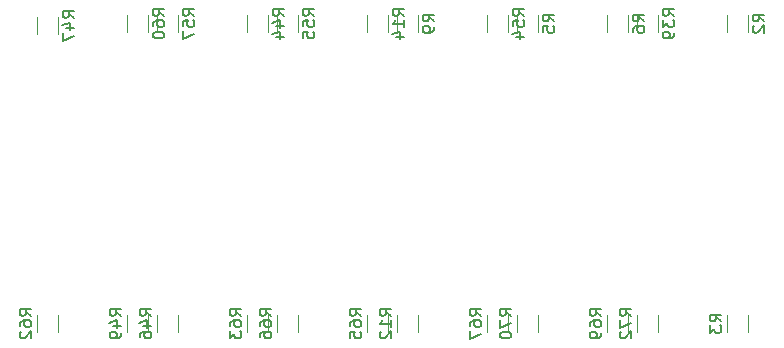
<source format=gbr>
%TF.GenerationSoftware,KiCad,Pcbnew,7.0.5*%
%TF.CreationDate,2024-09-25T18:38:48-04:00*%
%TF.ProjectId,stepper_motor_controller_3_for_cnc,73746570-7065-4725-9f6d-6f746f725f63,rev?*%
%TF.SameCoordinates,Original*%
%TF.FileFunction,Legend,Bot*%
%TF.FilePolarity,Positive*%
%FSLAX46Y46*%
G04 Gerber Fmt 4.6, Leading zero omitted, Abs format (unit mm)*
G04 Created by KiCad (PCBNEW 7.0.5) date 2024-09-25 18:38:48*
%MOMM*%
%LPD*%
G01*
G04 APERTURE LIST*
%ADD10C,0.150000*%
%ADD11C,0.120000*%
G04 APERTURE END LIST*
D10*
%TO.C,R70*%
X63468619Y3872857D02*
X62992428Y4206190D01*
X63468619Y4444285D02*
X62468619Y4444285D01*
X62468619Y4444285D02*
X62468619Y4063333D01*
X62468619Y4063333D02*
X62516238Y3968095D01*
X62516238Y3968095D02*
X62563857Y3920476D01*
X62563857Y3920476D02*
X62659095Y3872857D01*
X62659095Y3872857D02*
X62801952Y3872857D01*
X62801952Y3872857D02*
X62897190Y3920476D01*
X62897190Y3920476D02*
X62944809Y3968095D01*
X62944809Y3968095D02*
X62992428Y4063333D01*
X62992428Y4063333D02*
X62992428Y4444285D01*
X62468619Y3539523D02*
X62468619Y2872857D01*
X62468619Y2872857D02*
X63468619Y3301428D01*
X62468619Y2301428D02*
X62468619Y2206190D01*
X62468619Y2206190D02*
X62516238Y2110952D01*
X62516238Y2110952D02*
X62563857Y2063333D01*
X62563857Y2063333D02*
X62659095Y2015714D01*
X62659095Y2015714D02*
X62849571Y1968095D01*
X62849571Y1968095D02*
X63087666Y1968095D01*
X63087666Y1968095D02*
X63278142Y2015714D01*
X63278142Y2015714D02*
X63373380Y2063333D01*
X63373380Y2063333D02*
X63421000Y2110952D01*
X63421000Y2110952D02*
X63468619Y2206190D01*
X63468619Y2206190D02*
X63468619Y2301428D01*
X63468619Y2301428D02*
X63421000Y2396666D01*
X63421000Y2396666D02*
X63373380Y2444285D01*
X63373380Y2444285D02*
X63278142Y2491904D01*
X63278142Y2491904D02*
X63087666Y2539523D01*
X63087666Y2539523D02*
X62849571Y2539523D01*
X62849571Y2539523D02*
X62659095Y2491904D01*
X62659095Y2491904D02*
X62563857Y2444285D01*
X62563857Y2444285D02*
X62516238Y2396666D01*
X62516238Y2396666D02*
X62468619Y2301428D01*
%TO.C,R55*%
X46788619Y29272857D02*
X46312428Y29606190D01*
X46788619Y29844285D02*
X45788619Y29844285D01*
X45788619Y29844285D02*
X45788619Y29463333D01*
X45788619Y29463333D02*
X45836238Y29368095D01*
X45836238Y29368095D02*
X45883857Y29320476D01*
X45883857Y29320476D02*
X45979095Y29272857D01*
X45979095Y29272857D02*
X46121952Y29272857D01*
X46121952Y29272857D02*
X46217190Y29320476D01*
X46217190Y29320476D02*
X46264809Y29368095D01*
X46264809Y29368095D02*
X46312428Y29463333D01*
X46312428Y29463333D02*
X46312428Y29844285D01*
X45788619Y28368095D02*
X45788619Y28844285D01*
X45788619Y28844285D02*
X46264809Y28891904D01*
X46264809Y28891904D02*
X46217190Y28844285D01*
X46217190Y28844285D02*
X46169571Y28749047D01*
X46169571Y28749047D02*
X46169571Y28510952D01*
X46169571Y28510952D02*
X46217190Y28415714D01*
X46217190Y28415714D02*
X46264809Y28368095D01*
X46264809Y28368095D02*
X46360047Y28320476D01*
X46360047Y28320476D02*
X46598142Y28320476D01*
X46598142Y28320476D02*
X46693380Y28368095D01*
X46693380Y28368095D02*
X46741000Y28415714D01*
X46741000Y28415714D02*
X46788619Y28510952D01*
X46788619Y28510952D02*
X46788619Y28749047D01*
X46788619Y28749047D02*
X46741000Y28844285D01*
X46741000Y28844285D02*
X46693380Y28891904D01*
X45788619Y27415714D02*
X45788619Y27891904D01*
X45788619Y27891904D02*
X46264809Y27939523D01*
X46264809Y27939523D02*
X46217190Y27891904D01*
X46217190Y27891904D02*
X46169571Y27796666D01*
X46169571Y27796666D02*
X46169571Y27558571D01*
X46169571Y27558571D02*
X46217190Y27463333D01*
X46217190Y27463333D02*
X46264809Y27415714D01*
X46264809Y27415714D02*
X46360047Y27368095D01*
X46360047Y27368095D02*
X46598142Y27368095D01*
X46598142Y27368095D02*
X46693380Y27415714D01*
X46693380Y27415714D02*
X46741000Y27463333D01*
X46741000Y27463333D02*
X46788619Y27558571D01*
X46788619Y27558571D02*
X46788619Y27796666D01*
X46788619Y27796666D02*
X46741000Y27891904D01*
X46741000Y27891904D02*
X46693380Y27939523D01*
%TO.C,R12*%
X53308619Y3872857D02*
X52832428Y4206190D01*
X53308619Y4444285D02*
X52308619Y4444285D01*
X52308619Y4444285D02*
X52308619Y4063333D01*
X52308619Y4063333D02*
X52356238Y3968095D01*
X52356238Y3968095D02*
X52403857Y3920476D01*
X52403857Y3920476D02*
X52499095Y3872857D01*
X52499095Y3872857D02*
X52641952Y3872857D01*
X52641952Y3872857D02*
X52737190Y3920476D01*
X52737190Y3920476D02*
X52784809Y3968095D01*
X52784809Y3968095D02*
X52832428Y4063333D01*
X52832428Y4063333D02*
X52832428Y4444285D01*
X53308619Y2920476D02*
X53308619Y3491904D01*
X53308619Y3206190D02*
X52308619Y3206190D01*
X52308619Y3206190D02*
X52451476Y3301428D01*
X52451476Y3301428D02*
X52546714Y3396666D01*
X52546714Y3396666D02*
X52594333Y3491904D01*
X52403857Y2539523D02*
X52356238Y2491904D01*
X52356238Y2491904D02*
X52308619Y2396666D01*
X52308619Y2396666D02*
X52308619Y2158571D01*
X52308619Y2158571D02*
X52356238Y2063333D01*
X52356238Y2063333D02*
X52403857Y2015714D01*
X52403857Y2015714D02*
X52499095Y1968095D01*
X52499095Y1968095D02*
X52594333Y1968095D01*
X52594333Y1968095D02*
X52737190Y2015714D01*
X52737190Y2015714D02*
X53308619Y2587142D01*
X53308619Y2587142D02*
X53308619Y1968095D01*
%TO.C,R3*%
X81248619Y3396666D02*
X80772428Y3729999D01*
X81248619Y3968094D02*
X80248619Y3968094D01*
X80248619Y3968094D02*
X80248619Y3587142D01*
X80248619Y3587142D02*
X80296238Y3491904D01*
X80296238Y3491904D02*
X80343857Y3444285D01*
X80343857Y3444285D02*
X80439095Y3396666D01*
X80439095Y3396666D02*
X80581952Y3396666D01*
X80581952Y3396666D02*
X80677190Y3444285D01*
X80677190Y3444285D02*
X80724809Y3491904D01*
X80724809Y3491904D02*
X80772428Y3587142D01*
X80772428Y3587142D02*
X80772428Y3968094D01*
X80248619Y3063332D02*
X80248619Y2444285D01*
X80248619Y2444285D02*
X80629571Y2777618D01*
X80629571Y2777618D02*
X80629571Y2634761D01*
X80629571Y2634761D02*
X80677190Y2539523D01*
X80677190Y2539523D02*
X80724809Y2491904D01*
X80724809Y2491904D02*
X80820047Y2444285D01*
X80820047Y2444285D02*
X81058142Y2444285D01*
X81058142Y2444285D02*
X81153380Y2491904D01*
X81153380Y2491904D02*
X81201000Y2539523D01*
X81201000Y2539523D02*
X81248619Y2634761D01*
X81248619Y2634761D02*
X81248619Y2920475D01*
X81248619Y2920475D02*
X81201000Y3015713D01*
X81201000Y3015713D02*
X81153380Y3063332D01*
%TO.C,R6*%
X74728619Y28796666D02*
X74252428Y29129999D01*
X74728619Y29368094D02*
X73728619Y29368094D01*
X73728619Y29368094D02*
X73728619Y28987142D01*
X73728619Y28987142D02*
X73776238Y28891904D01*
X73776238Y28891904D02*
X73823857Y28844285D01*
X73823857Y28844285D02*
X73919095Y28796666D01*
X73919095Y28796666D02*
X74061952Y28796666D01*
X74061952Y28796666D02*
X74157190Y28844285D01*
X74157190Y28844285D02*
X74204809Y28891904D01*
X74204809Y28891904D02*
X74252428Y28987142D01*
X74252428Y28987142D02*
X74252428Y29368094D01*
X73728619Y27939523D02*
X73728619Y28129999D01*
X73728619Y28129999D02*
X73776238Y28225237D01*
X73776238Y28225237D02*
X73823857Y28272856D01*
X73823857Y28272856D02*
X73966714Y28368094D01*
X73966714Y28368094D02*
X74157190Y28415713D01*
X74157190Y28415713D02*
X74538142Y28415713D01*
X74538142Y28415713D02*
X74633380Y28368094D01*
X74633380Y28368094D02*
X74681000Y28320475D01*
X74681000Y28320475D02*
X74728619Y28225237D01*
X74728619Y28225237D02*
X74728619Y28034761D01*
X74728619Y28034761D02*
X74681000Y27939523D01*
X74681000Y27939523D02*
X74633380Y27891904D01*
X74633380Y27891904D02*
X74538142Y27844285D01*
X74538142Y27844285D02*
X74300047Y27844285D01*
X74300047Y27844285D02*
X74204809Y27891904D01*
X74204809Y27891904D02*
X74157190Y27939523D01*
X74157190Y27939523D02*
X74109571Y28034761D01*
X74109571Y28034761D02*
X74109571Y28225237D01*
X74109571Y28225237D02*
X74157190Y28320475D01*
X74157190Y28320475D02*
X74204809Y28368094D01*
X74204809Y28368094D02*
X74300047Y28415713D01*
%TO.C,R60*%
X34088619Y29272857D02*
X33612428Y29606190D01*
X34088619Y29844285D02*
X33088619Y29844285D01*
X33088619Y29844285D02*
X33088619Y29463333D01*
X33088619Y29463333D02*
X33136238Y29368095D01*
X33136238Y29368095D02*
X33183857Y29320476D01*
X33183857Y29320476D02*
X33279095Y29272857D01*
X33279095Y29272857D02*
X33421952Y29272857D01*
X33421952Y29272857D02*
X33517190Y29320476D01*
X33517190Y29320476D02*
X33564809Y29368095D01*
X33564809Y29368095D02*
X33612428Y29463333D01*
X33612428Y29463333D02*
X33612428Y29844285D01*
X33088619Y28415714D02*
X33088619Y28606190D01*
X33088619Y28606190D02*
X33136238Y28701428D01*
X33136238Y28701428D02*
X33183857Y28749047D01*
X33183857Y28749047D02*
X33326714Y28844285D01*
X33326714Y28844285D02*
X33517190Y28891904D01*
X33517190Y28891904D02*
X33898142Y28891904D01*
X33898142Y28891904D02*
X33993380Y28844285D01*
X33993380Y28844285D02*
X34041000Y28796666D01*
X34041000Y28796666D02*
X34088619Y28701428D01*
X34088619Y28701428D02*
X34088619Y28510952D01*
X34088619Y28510952D02*
X34041000Y28415714D01*
X34041000Y28415714D02*
X33993380Y28368095D01*
X33993380Y28368095D02*
X33898142Y28320476D01*
X33898142Y28320476D02*
X33660047Y28320476D01*
X33660047Y28320476D02*
X33564809Y28368095D01*
X33564809Y28368095D02*
X33517190Y28415714D01*
X33517190Y28415714D02*
X33469571Y28510952D01*
X33469571Y28510952D02*
X33469571Y28701428D01*
X33469571Y28701428D02*
X33517190Y28796666D01*
X33517190Y28796666D02*
X33564809Y28844285D01*
X33564809Y28844285D02*
X33660047Y28891904D01*
X33088619Y27701428D02*
X33088619Y27606190D01*
X33088619Y27606190D02*
X33136238Y27510952D01*
X33136238Y27510952D02*
X33183857Y27463333D01*
X33183857Y27463333D02*
X33279095Y27415714D01*
X33279095Y27415714D02*
X33469571Y27368095D01*
X33469571Y27368095D02*
X33707666Y27368095D01*
X33707666Y27368095D02*
X33898142Y27415714D01*
X33898142Y27415714D02*
X33993380Y27463333D01*
X33993380Y27463333D02*
X34041000Y27510952D01*
X34041000Y27510952D02*
X34088619Y27606190D01*
X34088619Y27606190D02*
X34088619Y27701428D01*
X34088619Y27701428D02*
X34041000Y27796666D01*
X34041000Y27796666D02*
X33993380Y27844285D01*
X33993380Y27844285D02*
X33898142Y27891904D01*
X33898142Y27891904D02*
X33707666Y27939523D01*
X33707666Y27939523D02*
X33469571Y27939523D01*
X33469571Y27939523D02*
X33279095Y27891904D01*
X33279095Y27891904D02*
X33183857Y27844285D01*
X33183857Y27844285D02*
X33136238Y27796666D01*
X33136238Y27796666D02*
X33088619Y27701428D01*
%TO.C,R57*%
X36628619Y29272857D02*
X36152428Y29606190D01*
X36628619Y29844285D02*
X35628619Y29844285D01*
X35628619Y29844285D02*
X35628619Y29463333D01*
X35628619Y29463333D02*
X35676238Y29368095D01*
X35676238Y29368095D02*
X35723857Y29320476D01*
X35723857Y29320476D02*
X35819095Y29272857D01*
X35819095Y29272857D02*
X35961952Y29272857D01*
X35961952Y29272857D02*
X36057190Y29320476D01*
X36057190Y29320476D02*
X36104809Y29368095D01*
X36104809Y29368095D02*
X36152428Y29463333D01*
X36152428Y29463333D02*
X36152428Y29844285D01*
X35628619Y28368095D02*
X35628619Y28844285D01*
X35628619Y28844285D02*
X36104809Y28891904D01*
X36104809Y28891904D02*
X36057190Y28844285D01*
X36057190Y28844285D02*
X36009571Y28749047D01*
X36009571Y28749047D02*
X36009571Y28510952D01*
X36009571Y28510952D02*
X36057190Y28415714D01*
X36057190Y28415714D02*
X36104809Y28368095D01*
X36104809Y28368095D02*
X36200047Y28320476D01*
X36200047Y28320476D02*
X36438142Y28320476D01*
X36438142Y28320476D02*
X36533380Y28368095D01*
X36533380Y28368095D02*
X36581000Y28415714D01*
X36581000Y28415714D02*
X36628619Y28510952D01*
X36628619Y28510952D02*
X36628619Y28749047D01*
X36628619Y28749047D02*
X36581000Y28844285D01*
X36581000Y28844285D02*
X36533380Y28891904D01*
X35628619Y27987142D02*
X35628619Y27320476D01*
X35628619Y27320476D02*
X36628619Y27749047D01*
%TO.C,R39*%
X77268619Y29272857D02*
X76792428Y29606190D01*
X77268619Y29844285D02*
X76268619Y29844285D01*
X76268619Y29844285D02*
X76268619Y29463333D01*
X76268619Y29463333D02*
X76316238Y29368095D01*
X76316238Y29368095D02*
X76363857Y29320476D01*
X76363857Y29320476D02*
X76459095Y29272857D01*
X76459095Y29272857D02*
X76601952Y29272857D01*
X76601952Y29272857D02*
X76697190Y29320476D01*
X76697190Y29320476D02*
X76744809Y29368095D01*
X76744809Y29368095D02*
X76792428Y29463333D01*
X76792428Y29463333D02*
X76792428Y29844285D01*
X76268619Y28939523D02*
X76268619Y28320476D01*
X76268619Y28320476D02*
X76649571Y28653809D01*
X76649571Y28653809D02*
X76649571Y28510952D01*
X76649571Y28510952D02*
X76697190Y28415714D01*
X76697190Y28415714D02*
X76744809Y28368095D01*
X76744809Y28368095D02*
X76840047Y28320476D01*
X76840047Y28320476D02*
X77078142Y28320476D01*
X77078142Y28320476D02*
X77173380Y28368095D01*
X77173380Y28368095D02*
X77221000Y28415714D01*
X77221000Y28415714D02*
X77268619Y28510952D01*
X77268619Y28510952D02*
X77268619Y28796666D01*
X77268619Y28796666D02*
X77221000Y28891904D01*
X77221000Y28891904D02*
X77173380Y28939523D01*
X77268619Y27844285D02*
X77268619Y27653809D01*
X77268619Y27653809D02*
X77221000Y27558571D01*
X77221000Y27558571D02*
X77173380Y27510952D01*
X77173380Y27510952D02*
X77030523Y27415714D01*
X77030523Y27415714D02*
X76840047Y27368095D01*
X76840047Y27368095D02*
X76459095Y27368095D01*
X76459095Y27368095D02*
X76363857Y27415714D01*
X76363857Y27415714D02*
X76316238Y27463333D01*
X76316238Y27463333D02*
X76268619Y27558571D01*
X76268619Y27558571D02*
X76268619Y27749047D01*
X76268619Y27749047D02*
X76316238Y27844285D01*
X76316238Y27844285D02*
X76363857Y27891904D01*
X76363857Y27891904D02*
X76459095Y27939523D01*
X76459095Y27939523D02*
X76697190Y27939523D01*
X76697190Y27939523D02*
X76792428Y27891904D01*
X76792428Y27891904D02*
X76840047Y27844285D01*
X76840047Y27844285D02*
X76887666Y27749047D01*
X76887666Y27749047D02*
X76887666Y27558571D01*
X76887666Y27558571D02*
X76840047Y27463333D01*
X76840047Y27463333D02*
X76792428Y27415714D01*
X76792428Y27415714D02*
X76697190Y27368095D01*
%TO.C,R72*%
X73628619Y3872857D02*
X73152428Y4206190D01*
X73628619Y4444285D02*
X72628619Y4444285D01*
X72628619Y4444285D02*
X72628619Y4063333D01*
X72628619Y4063333D02*
X72676238Y3968095D01*
X72676238Y3968095D02*
X72723857Y3920476D01*
X72723857Y3920476D02*
X72819095Y3872857D01*
X72819095Y3872857D02*
X72961952Y3872857D01*
X72961952Y3872857D02*
X73057190Y3920476D01*
X73057190Y3920476D02*
X73104809Y3968095D01*
X73104809Y3968095D02*
X73152428Y4063333D01*
X73152428Y4063333D02*
X73152428Y4444285D01*
X72628619Y3539523D02*
X72628619Y2872857D01*
X72628619Y2872857D02*
X73628619Y3301428D01*
X72723857Y2539523D02*
X72676238Y2491904D01*
X72676238Y2491904D02*
X72628619Y2396666D01*
X72628619Y2396666D02*
X72628619Y2158571D01*
X72628619Y2158571D02*
X72676238Y2063333D01*
X72676238Y2063333D02*
X72723857Y2015714D01*
X72723857Y2015714D02*
X72819095Y1968095D01*
X72819095Y1968095D02*
X72914333Y1968095D01*
X72914333Y1968095D02*
X73057190Y2015714D01*
X73057190Y2015714D02*
X73628619Y2587142D01*
X73628619Y2587142D02*
X73628619Y1968095D01*
%TO.C,R69*%
X71088619Y3872857D02*
X70612428Y4206190D01*
X71088619Y4444285D02*
X70088619Y4444285D01*
X70088619Y4444285D02*
X70088619Y4063333D01*
X70088619Y4063333D02*
X70136238Y3968095D01*
X70136238Y3968095D02*
X70183857Y3920476D01*
X70183857Y3920476D02*
X70279095Y3872857D01*
X70279095Y3872857D02*
X70421952Y3872857D01*
X70421952Y3872857D02*
X70517190Y3920476D01*
X70517190Y3920476D02*
X70564809Y3968095D01*
X70564809Y3968095D02*
X70612428Y4063333D01*
X70612428Y4063333D02*
X70612428Y4444285D01*
X70088619Y3015714D02*
X70088619Y3206190D01*
X70088619Y3206190D02*
X70136238Y3301428D01*
X70136238Y3301428D02*
X70183857Y3349047D01*
X70183857Y3349047D02*
X70326714Y3444285D01*
X70326714Y3444285D02*
X70517190Y3491904D01*
X70517190Y3491904D02*
X70898142Y3491904D01*
X70898142Y3491904D02*
X70993380Y3444285D01*
X70993380Y3444285D02*
X71041000Y3396666D01*
X71041000Y3396666D02*
X71088619Y3301428D01*
X71088619Y3301428D02*
X71088619Y3110952D01*
X71088619Y3110952D02*
X71041000Y3015714D01*
X71041000Y3015714D02*
X70993380Y2968095D01*
X70993380Y2968095D02*
X70898142Y2920476D01*
X70898142Y2920476D02*
X70660047Y2920476D01*
X70660047Y2920476D02*
X70564809Y2968095D01*
X70564809Y2968095D02*
X70517190Y3015714D01*
X70517190Y3015714D02*
X70469571Y3110952D01*
X70469571Y3110952D02*
X70469571Y3301428D01*
X70469571Y3301428D02*
X70517190Y3396666D01*
X70517190Y3396666D02*
X70564809Y3444285D01*
X70564809Y3444285D02*
X70660047Y3491904D01*
X71088619Y2444285D02*
X71088619Y2253809D01*
X71088619Y2253809D02*
X71041000Y2158571D01*
X71041000Y2158571D02*
X70993380Y2110952D01*
X70993380Y2110952D02*
X70850523Y2015714D01*
X70850523Y2015714D02*
X70660047Y1968095D01*
X70660047Y1968095D02*
X70279095Y1968095D01*
X70279095Y1968095D02*
X70183857Y2015714D01*
X70183857Y2015714D02*
X70136238Y2063333D01*
X70136238Y2063333D02*
X70088619Y2158571D01*
X70088619Y2158571D02*
X70088619Y2349047D01*
X70088619Y2349047D02*
X70136238Y2444285D01*
X70136238Y2444285D02*
X70183857Y2491904D01*
X70183857Y2491904D02*
X70279095Y2539523D01*
X70279095Y2539523D02*
X70517190Y2539523D01*
X70517190Y2539523D02*
X70612428Y2491904D01*
X70612428Y2491904D02*
X70660047Y2444285D01*
X70660047Y2444285D02*
X70707666Y2349047D01*
X70707666Y2349047D02*
X70707666Y2158571D01*
X70707666Y2158571D02*
X70660047Y2063333D01*
X70660047Y2063333D02*
X70612428Y2015714D01*
X70612428Y2015714D02*
X70517190Y1968095D01*
%TO.C,R46*%
X32988619Y3872857D02*
X32512428Y4206190D01*
X32988619Y4444285D02*
X31988619Y4444285D01*
X31988619Y4444285D02*
X31988619Y4063333D01*
X31988619Y4063333D02*
X32036238Y3968095D01*
X32036238Y3968095D02*
X32083857Y3920476D01*
X32083857Y3920476D02*
X32179095Y3872857D01*
X32179095Y3872857D02*
X32321952Y3872857D01*
X32321952Y3872857D02*
X32417190Y3920476D01*
X32417190Y3920476D02*
X32464809Y3968095D01*
X32464809Y3968095D02*
X32512428Y4063333D01*
X32512428Y4063333D02*
X32512428Y4444285D01*
X32321952Y3015714D02*
X32988619Y3015714D01*
X31941000Y3253809D02*
X32655285Y3491904D01*
X32655285Y3491904D02*
X32655285Y2872857D01*
X31988619Y2063333D02*
X31988619Y2253809D01*
X31988619Y2253809D02*
X32036238Y2349047D01*
X32036238Y2349047D02*
X32083857Y2396666D01*
X32083857Y2396666D02*
X32226714Y2491904D01*
X32226714Y2491904D02*
X32417190Y2539523D01*
X32417190Y2539523D02*
X32798142Y2539523D01*
X32798142Y2539523D02*
X32893380Y2491904D01*
X32893380Y2491904D02*
X32941000Y2444285D01*
X32941000Y2444285D02*
X32988619Y2349047D01*
X32988619Y2349047D02*
X32988619Y2158571D01*
X32988619Y2158571D02*
X32941000Y2063333D01*
X32941000Y2063333D02*
X32893380Y2015714D01*
X32893380Y2015714D02*
X32798142Y1968095D01*
X32798142Y1968095D02*
X32560047Y1968095D01*
X32560047Y1968095D02*
X32464809Y2015714D01*
X32464809Y2015714D02*
X32417190Y2063333D01*
X32417190Y2063333D02*
X32369571Y2158571D01*
X32369571Y2158571D02*
X32369571Y2349047D01*
X32369571Y2349047D02*
X32417190Y2444285D01*
X32417190Y2444285D02*
X32464809Y2491904D01*
X32464809Y2491904D02*
X32560047Y2539523D01*
%TO.C,R2*%
X84888619Y28796666D02*
X84412428Y29129999D01*
X84888619Y29368094D02*
X83888619Y29368094D01*
X83888619Y29368094D02*
X83888619Y28987142D01*
X83888619Y28987142D02*
X83936238Y28891904D01*
X83936238Y28891904D02*
X83983857Y28844285D01*
X83983857Y28844285D02*
X84079095Y28796666D01*
X84079095Y28796666D02*
X84221952Y28796666D01*
X84221952Y28796666D02*
X84317190Y28844285D01*
X84317190Y28844285D02*
X84364809Y28891904D01*
X84364809Y28891904D02*
X84412428Y28987142D01*
X84412428Y28987142D02*
X84412428Y29368094D01*
X83983857Y28415713D02*
X83936238Y28368094D01*
X83936238Y28368094D02*
X83888619Y28272856D01*
X83888619Y28272856D02*
X83888619Y28034761D01*
X83888619Y28034761D02*
X83936238Y27939523D01*
X83936238Y27939523D02*
X83983857Y27891904D01*
X83983857Y27891904D02*
X84079095Y27844285D01*
X84079095Y27844285D02*
X84174333Y27844285D01*
X84174333Y27844285D02*
X84317190Y27891904D01*
X84317190Y27891904D02*
X84888619Y28463332D01*
X84888619Y28463332D02*
X84888619Y27844285D01*
%TO.C,R47*%
X26468619Y29080357D02*
X25992428Y29413690D01*
X26468619Y29651785D02*
X25468619Y29651785D01*
X25468619Y29651785D02*
X25468619Y29270833D01*
X25468619Y29270833D02*
X25516238Y29175595D01*
X25516238Y29175595D02*
X25563857Y29127976D01*
X25563857Y29127976D02*
X25659095Y29080357D01*
X25659095Y29080357D02*
X25801952Y29080357D01*
X25801952Y29080357D02*
X25897190Y29127976D01*
X25897190Y29127976D02*
X25944809Y29175595D01*
X25944809Y29175595D02*
X25992428Y29270833D01*
X25992428Y29270833D02*
X25992428Y29651785D01*
X25801952Y28223214D02*
X26468619Y28223214D01*
X25421000Y28461309D02*
X26135285Y28699404D01*
X26135285Y28699404D02*
X26135285Y28080357D01*
X25468619Y27794642D02*
X25468619Y27127976D01*
X25468619Y27127976D02*
X26468619Y27556547D01*
%TO.C,R62*%
X22828619Y3872857D02*
X22352428Y4206190D01*
X22828619Y4444285D02*
X21828619Y4444285D01*
X21828619Y4444285D02*
X21828619Y4063333D01*
X21828619Y4063333D02*
X21876238Y3968095D01*
X21876238Y3968095D02*
X21923857Y3920476D01*
X21923857Y3920476D02*
X22019095Y3872857D01*
X22019095Y3872857D02*
X22161952Y3872857D01*
X22161952Y3872857D02*
X22257190Y3920476D01*
X22257190Y3920476D02*
X22304809Y3968095D01*
X22304809Y3968095D02*
X22352428Y4063333D01*
X22352428Y4063333D02*
X22352428Y4444285D01*
X21828619Y3015714D02*
X21828619Y3206190D01*
X21828619Y3206190D02*
X21876238Y3301428D01*
X21876238Y3301428D02*
X21923857Y3349047D01*
X21923857Y3349047D02*
X22066714Y3444285D01*
X22066714Y3444285D02*
X22257190Y3491904D01*
X22257190Y3491904D02*
X22638142Y3491904D01*
X22638142Y3491904D02*
X22733380Y3444285D01*
X22733380Y3444285D02*
X22781000Y3396666D01*
X22781000Y3396666D02*
X22828619Y3301428D01*
X22828619Y3301428D02*
X22828619Y3110952D01*
X22828619Y3110952D02*
X22781000Y3015714D01*
X22781000Y3015714D02*
X22733380Y2968095D01*
X22733380Y2968095D02*
X22638142Y2920476D01*
X22638142Y2920476D02*
X22400047Y2920476D01*
X22400047Y2920476D02*
X22304809Y2968095D01*
X22304809Y2968095D02*
X22257190Y3015714D01*
X22257190Y3015714D02*
X22209571Y3110952D01*
X22209571Y3110952D02*
X22209571Y3301428D01*
X22209571Y3301428D02*
X22257190Y3396666D01*
X22257190Y3396666D02*
X22304809Y3444285D01*
X22304809Y3444285D02*
X22400047Y3491904D01*
X21923857Y2539523D02*
X21876238Y2491904D01*
X21876238Y2491904D02*
X21828619Y2396666D01*
X21828619Y2396666D02*
X21828619Y2158571D01*
X21828619Y2158571D02*
X21876238Y2063333D01*
X21876238Y2063333D02*
X21923857Y2015714D01*
X21923857Y2015714D02*
X22019095Y1968095D01*
X22019095Y1968095D02*
X22114333Y1968095D01*
X22114333Y1968095D02*
X22257190Y2015714D01*
X22257190Y2015714D02*
X22828619Y2587142D01*
X22828619Y2587142D02*
X22828619Y1968095D01*
%TO.C,R54*%
X64568619Y29272857D02*
X64092428Y29606190D01*
X64568619Y29844285D02*
X63568619Y29844285D01*
X63568619Y29844285D02*
X63568619Y29463333D01*
X63568619Y29463333D02*
X63616238Y29368095D01*
X63616238Y29368095D02*
X63663857Y29320476D01*
X63663857Y29320476D02*
X63759095Y29272857D01*
X63759095Y29272857D02*
X63901952Y29272857D01*
X63901952Y29272857D02*
X63997190Y29320476D01*
X63997190Y29320476D02*
X64044809Y29368095D01*
X64044809Y29368095D02*
X64092428Y29463333D01*
X64092428Y29463333D02*
X64092428Y29844285D01*
X63568619Y28368095D02*
X63568619Y28844285D01*
X63568619Y28844285D02*
X64044809Y28891904D01*
X64044809Y28891904D02*
X63997190Y28844285D01*
X63997190Y28844285D02*
X63949571Y28749047D01*
X63949571Y28749047D02*
X63949571Y28510952D01*
X63949571Y28510952D02*
X63997190Y28415714D01*
X63997190Y28415714D02*
X64044809Y28368095D01*
X64044809Y28368095D02*
X64140047Y28320476D01*
X64140047Y28320476D02*
X64378142Y28320476D01*
X64378142Y28320476D02*
X64473380Y28368095D01*
X64473380Y28368095D02*
X64521000Y28415714D01*
X64521000Y28415714D02*
X64568619Y28510952D01*
X64568619Y28510952D02*
X64568619Y28749047D01*
X64568619Y28749047D02*
X64521000Y28844285D01*
X64521000Y28844285D02*
X64473380Y28891904D01*
X63901952Y27463333D02*
X64568619Y27463333D01*
X63521000Y27701428D02*
X64235285Y27939523D01*
X64235285Y27939523D02*
X64235285Y27320476D01*
%TO.C,R63*%
X40608619Y3872857D02*
X40132428Y4206190D01*
X40608619Y4444285D02*
X39608619Y4444285D01*
X39608619Y4444285D02*
X39608619Y4063333D01*
X39608619Y4063333D02*
X39656238Y3968095D01*
X39656238Y3968095D02*
X39703857Y3920476D01*
X39703857Y3920476D02*
X39799095Y3872857D01*
X39799095Y3872857D02*
X39941952Y3872857D01*
X39941952Y3872857D02*
X40037190Y3920476D01*
X40037190Y3920476D02*
X40084809Y3968095D01*
X40084809Y3968095D02*
X40132428Y4063333D01*
X40132428Y4063333D02*
X40132428Y4444285D01*
X39608619Y3015714D02*
X39608619Y3206190D01*
X39608619Y3206190D02*
X39656238Y3301428D01*
X39656238Y3301428D02*
X39703857Y3349047D01*
X39703857Y3349047D02*
X39846714Y3444285D01*
X39846714Y3444285D02*
X40037190Y3491904D01*
X40037190Y3491904D02*
X40418142Y3491904D01*
X40418142Y3491904D02*
X40513380Y3444285D01*
X40513380Y3444285D02*
X40561000Y3396666D01*
X40561000Y3396666D02*
X40608619Y3301428D01*
X40608619Y3301428D02*
X40608619Y3110952D01*
X40608619Y3110952D02*
X40561000Y3015714D01*
X40561000Y3015714D02*
X40513380Y2968095D01*
X40513380Y2968095D02*
X40418142Y2920476D01*
X40418142Y2920476D02*
X40180047Y2920476D01*
X40180047Y2920476D02*
X40084809Y2968095D01*
X40084809Y2968095D02*
X40037190Y3015714D01*
X40037190Y3015714D02*
X39989571Y3110952D01*
X39989571Y3110952D02*
X39989571Y3301428D01*
X39989571Y3301428D02*
X40037190Y3396666D01*
X40037190Y3396666D02*
X40084809Y3444285D01*
X40084809Y3444285D02*
X40180047Y3491904D01*
X39608619Y2587142D02*
X39608619Y1968095D01*
X39608619Y1968095D02*
X39989571Y2301428D01*
X39989571Y2301428D02*
X39989571Y2158571D01*
X39989571Y2158571D02*
X40037190Y2063333D01*
X40037190Y2063333D02*
X40084809Y2015714D01*
X40084809Y2015714D02*
X40180047Y1968095D01*
X40180047Y1968095D02*
X40418142Y1968095D01*
X40418142Y1968095D02*
X40513380Y2015714D01*
X40513380Y2015714D02*
X40561000Y2063333D01*
X40561000Y2063333D02*
X40608619Y2158571D01*
X40608619Y2158571D02*
X40608619Y2444285D01*
X40608619Y2444285D02*
X40561000Y2539523D01*
X40561000Y2539523D02*
X40513380Y2587142D01*
%TO.C,R44*%
X44248619Y29272857D02*
X43772428Y29606190D01*
X44248619Y29844285D02*
X43248619Y29844285D01*
X43248619Y29844285D02*
X43248619Y29463333D01*
X43248619Y29463333D02*
X43296238Y29368095D01*
X43296238Y29368095D02*
X43343857Y29320476D01*
X43343857Y29320476D02*
X43439095Y29272857D01*
X43439095Y29272857D02*
X43581952Y29272857D01*
X43581952Y29272857D02*
X43677190Y29320476D01*
X43677190Y29320476D02*
X43724809Y29368095D01*
X43724809Y29368095D02*
X43772428Y29463333D01*
X43772428Y29463333D02*
X43772428Y29844285D01*
X43581952Y28415714D02*
X44248619Y28415714D01*
X43201000Y28653809D02*
X43915285Y28891904D01*
X43915285Y28891904D02*
X43915285Y28272857D01*
X43581952Y27463333D02*
X44248619Y27463333D01*
X43201000Y27701428D02*
X43915285Y27939523D01*
X43915285Y27939523D02*
X43915285Y27320476D01*
%TO.C,R14*%
X54408619Y29272857D02*
X53932428Y29606190D01*
X54408619Y29844285D02*
X53408619Y29844285D01*
X53408619Y29844285D02*
X53408619Y29463333D01*
X53408619Y29463333D02*
X53456238Y29368095D01*
X53456238Y29368095D02*
X53503857Y29320476D01*
X53503857Y29320476D02*
X53599095Y29272857D01*
X53599095Y29272857D02*
X53741952Y29272857D01*
X53741952Y29272857D02*
X53837190Y29320476D01*
X53837190Y29320476D02*
X53884809Y29368095D01*
X53884809Y29368095D02*
X53932428Y29463333D01*
X53932428Y29463333D02*
X53932428Y29844285D01*
X54408619Y28320476D02*
X54408619Y28891904D01*
X54408619Y28606190D02*
X53408619Y28606190D01*
X53408619Y28606190D02*
X53551476Y28701428D01*
X53551476Y28701428D02*
X53646714Y28796666D01*
X53646714Y28796666D02*
X53694333Y28891904D01*
X53741952Y27463333D02*
X54408619Y27463333D01*
X53361000Y27701428D02*
X54075285Y27939523D01*
X54075285Y27939523D02*
X54075285Y27320476D01*
%TO.C,R49*%
X30448619Y3872857D02*
X29972428Y4206190D01*
X30448619Y4444285D02*
X29448619Y4444285D01*
X29448619Y4444285D02*
X29448619Y4063333D01*
X29448619Y4063333D02*
X29496238Y3968095D01*
X29496238Y3968095D02*
X29543857Y3920476D01*
X29543857Y3920476D02*
X29639095Y3872857D01*
X29639095Y3872857D02*
X29781952Y3872857D01*
X29781952Y3872857D02*
X29877190Y3920476D01*
X29877190Y3920476D02*
X29924809Y3968095D01*
X29924809Y3968095D02*
X29972428Y4063333D01*
X29972428Y4063333D02*
X29972428Y4444285D01*
X29781952Y3015714D02*
X30448619Y3015714D01*
X29401000Y3253809D02*
X30115285Y3491904D01*
X30115285Y3491904D02*
X30115285Y2872857D01*
X30448619Y2444285D02*
X30448619Y2253809D01*
X30448619Y2253809D02*
X30401000Y2158571D01*
X30401000Y2158571D02*
X30353380Y2110952D01*
X30353380Y2110952D02*
X30210523Y2015714D01*
X30210523Y2015714D02*
X30020047Y1968095D01*
X30020047Y1968095D02*
X29639095Y1968095D01*
X29639095Y1968095D02*
X29543857Y2015714D01*
X29543857Y2015714D02*
X29496238Y2063333D01*
X29496238Y2063333D02*
X29448619Y2158571D01*
X29448619Y2158571D02*
X29448619Y2349047D01*
X29448619Y2349047D02*
X29496238Y2444285D01*
X29496238Y2444285D02*
X29543857Y2491904D01*
X29543857Y2491904D02*
X29639095Y2539523D01*
X29639095Y2539523D02*
X29877190Y2539523D01*
X29877190Y2539523D02*
X29972428Y2491904D01*
X29972428Y2491904D02*
X30020047Y2444285D01*
X30020047Y2444285D02*
X30067666Y2349047D01*
X30067666Y2349047D02*
X30067666Y2158571D01*
X30067666Y2158571D02*
X30020047Y2063333D01*
X30020047Y2063333D02*
X29972428Y2015714D01*
X29972428Y2015714D02*
X29877190Y1968095D01*
%TO.C,R65*%
X50768619Y3872857D02*
X50292428Y4206190D01*
X50768619Y4444285D02*
X49768619Y4444285D01*
X49768619Y4444285D02*
X49768619Y4063333D01*
X49768619Y4063333D02*
X49816238Y3968095D01*
X49816238Y3968095D02*
X49863857Y3920476D01*
X49863857Y3920476D02*
X49959095Y3872857D01*
X49959095Y3872857D02*
X50101952Y3872857D01*
X50101952Y3872857D02*
X50197190Y3920476D01*
X50197190Y3920476D02*
X50244809Y3968095D01*
X50244809Y3968095D02*
X50292428Y4063333D01*
X50292428Y4063333D02*
X50292428Y4444285D01*
X49768619Y3015714D02*
X49768619Y3206190D01*
X49768619Y3206190D02*
X49816238Y3301428D01*
X49816238Y3301428D02*
X49863857Y3349047D01*
X49863857Y3349047D02*
X50006714Y3444285D01*
X50006714Y3444285D02*
X50197190Y3491904D01*
X50197190Y3491904D02*
X50578142Y3491904D01*
X50578142Y3491904D02*
X50673380Y3444285D01*
X50673380Y3444285D02*
X50721000Y3396666D01*
X50721000Y3396666D02*
X50768619Y3301428D01*
X50768619Y3301428D02*
X50768619Y3110952D01*
X50768619Y3110952D02*
X50721000Y3015714D01*
X50721000Y3015714D02*
X50673380Y2968095D01*
X50673380Y2968095D02*
X50578142Y2920476D01*
X50578142Y2920476D02*
X50340047Y2920476D01*
X50340047Y2920476D02*
X50244809Y2968095D01*
X50244809Y2968095D02*
X50197190Y3015714D01*
X50197190Y3015714D02*
X50149571Y3110952D01*
X50149571Y3110952D02*
X50149571Y3301428D01*
X50149571Y3301428D02*
X50197190Y3396666D01*
X50197190Y3396666D02*
X50244809Y3444285D01*
X50244809Y3444285D02*
X50340047Y3491904D01*
X49768619Y2015714D02*
X49768619Y2491904D01*
X49768619Y2491904D02*
X50244809Y2539523D01*
X50244809Y2539523D02*
X50197190Y2491904D01*
X50197190Y2491904D02*
X50149571Y2396666D01*
X50149571Y2396666D02*
X50149571Y2158571D01*
X50149571Y2158571D02*
X50197190Y2063333D01*
X50197190Y2063333D02*
X50244809Y2015714D01*
X50244809Y2015714D02*
X50340047Y1968095D01*
X50340047Y1968095D02*
X50578142Y1968095D01*
X50578142Y1968095D02*
X50673380Y2015714D01*
X50673380Y2015714D02*
X50721000Y2063333D01*
X50721000Y2063333D02*
X50768619Y2158571D01*
X50768619Y2158571D02*
X50768619Y2396666D01*
X50768619Y2396666D02*
X50721000Y2491904D01*
X50721000Y2491904D02*
X50673380Y2539523D01*
%TO.C,R66*%
X43148619Y3872857D02*
X42672428Y4206190D01*
X43148619Y4444285D02*
X42148619Y4444285D01*
X42148619Y4444285D02*
X42148619Y4063333D01*
X42148619Y4063333D02*
X42196238Y3968095D01*
X42196238Y3968095D02*
X42243857Y3920476D01*
X42243857Y3920476D02*
X42339095Y3872857D01*
X42339095Y3872857D02*
X42481952Y3872857D01*
X42481952Y3872857D02*
X42577190Y3920476D01*
X42577190Y3920476D02*
X42624809Y3968095D01*
X42624809Y3968095D02*
X42672428Y4063333D01*
X42672428Y4063333D02*
X42672428Y4444285D01*
X42148619Y3015714D02*
X42148619Y3206190D01*
X42148619Y3206190D02*
X42196238Y3301428D01*
X42196238Y3301428D02*
X42243857Y3349047D01*
X42243857Y3349047D02*
X42386714Y3444285D01*
X42386714Y3444285D02*
X42577190Y3491904D01*
X42577190Y3491904D02*
X42958142Y3491904D01*
X42958142Y3491904D02*
X43053380Y3444285D01*
X43053380Y3444285D02*
X43101000Y3396666D01*
X43101000Y3396666D02*
X43148619Y3301428D01*
X43148619Y3301428D02*
X43148619Y3110952D01*
X43148619Y3110952D02*
X43101000Y3015714D01*
X43101000Y3015714D02*
X43053380Y2968095D01*
X43053380Y2968095D02*
X42958142Y2920476D01*
X42958142Y2920476D02*
X42720047Y2920476D01*
X42720047Y2920476D02*
X42624809Y2968095D01*
X42624809Y2968095D02*
X42577190Y3015714D01*
X42577190Y3015714D02*
X42529571Y3110952D01*
X42529571Y3110952D02*
X42529571Y3301428D01*
X42529571Y3301428D02*
X42577190Y3396666D01*
X42577190Y3396666D02*
X42624809Y3444285D01*
X42624809Y3444285D02*
X42720047Y3491904D01*
X42148619Y2063333D02*
X42148619Y2253809D01*
X42148619Y2253809D02*
X42196238Y2349047D01*
X42196238Y2349047D02*
X42243857Y2396666D01*
X42243857Y2396666D02*
X42386714Y2491904D01*
X42386714Y2491904D02*
X42577190Y2539523D01*
X42577190Y2539523D02*
X42958142Y2539523D01*
X42958142Y2539523D02*
X43053380Y2491904D01*
X43053380Y2491904D02*
X43101000Y2444285D01*
X43101000Y2444285D02*
X43148619Y2349047D01*
X43148619Y2349047D02*
X43148619Y2158571D01*
X43148619Y2158571D02*
X43101000Y2063333D01*
X43101000Y2063333D02*
X43053380Y2015714D01*
X43053380Y2015714D02*
X42958142Y1968095D01*
X42958142Y1968095D02*
X42720047Y1968095D01*
X42720047Y1968095D02*
X42624809Y2015714D01*
X42624809Y2015714D02*
X42577190Y2063333D01*
X42577190Y2063333D02*
X42529571Y2158571D01*
X42529571Y2158571D02*
X42529571Y2349047D01*
X42529571Y2349047D02*
X42577190Y2444285D01*
X42577190Y2444285D02*
X42624809Y2491904D01*
X42624809Y2491904D02*
X42720047Y2539523D01*
%TO.C,R5*%
X67108619Y28796666D02*
X66632428Y29129999D01*
X67108619Y29368094D02*
X66108619Y29368094D01*
X66108619Y29368094D02*
X66108619Y28987142D01*
X66108619Y28987142D02*
X66156238Y28891904D01*
X66156238Y28891904D02*
X66203857Y28844285D01*
X66203857Y28844285D02*
X66299095Y28796666D01*
X66299095Y28796666D02*
X66441952Y28796666D01*
X66441952Y28796666D02*
X66537190Y28844285D01*
X66537190Y28844285D02*
X66584809Y28891904D01*
X66584809Y28891904D02*
X66632428Y28987142D01*
X66632428Y28987142D02*
X66632428Y29368094D01*
X66108619Y27891904D02*
X66108619Y28368094D01*
X66108619Y28368094D02*
X66584809Y28415713D01*
X66584809Y28415713D02*
X66537190Y28368094D01*
X66537190Y28368094D02*
X66489571Y28272856D01*
X66489571Y28272856D02*
X66489571Y28034761D01*
X66489571Y28034761D02*
X66537190Y27939523D01*
X66537190Y27939523D02*
X66584809Y27891904D01*
X66584809Y27891904D02*
X66680047Y27844285D01*
X66680047Y27844285D02*
X66918142Y27844285D01*
X66918142Y27844285D02*
X67013380Y27891904D01*
X67013380Y27891904D02*
X67061000Y27939523D01*
X67061000Y27939523D02*
X67108619Y28034761D01*
X67108619Y28034761D02*
X67108619Y28272856D01*
X67108619Y28272856D02*
X67061000Y28368094D01*
X67061000Y28368094D02*
X67013380Y28415713D01*
%TO.C,R9*%
X56948619Y28796666D02*
X56472428Y29129999D01*
X56948619Y29368094D02*
X55948619Y29368094D01*
X55948619Y29368094D02*
X55948619Y28987142D01*
X55948619Y28987142D02*
X55996238Y28891904D01*
X55996238Y28891904D02*
X56043857Y28844285D01*
X56043857Y28844285D02*
X56139095Y28796666D01*
X56139095Y28796666D02*
X56281952Y28796666D01*
X56281952Y28796666D02*
X56377190Y28844285D01*
X56377190Y28844285D02*
X56424809Y28891904D01*
X56424809Y28891904D02*
X56472428Y28987142D01*
X56472428Y28987142D02*
X56472428Y29368094D01*
X56948619Y28320475D02*
X56948619Y28129999D01*
X56948619Y28129999D02*
X56901000Y28034761D01*
X56901000Y28034761D02*
X56853380Y27987142D01*
X56853380Y27987142D02*
X56710523Y27891904D01*
X56710523Y27891904D02*
X56520047Y27844285D01*
X56520047Y27844285D02*
X56139095Y27844285D01*
X56139095Y27844285D02*
X56043857Y27891904D01*
X56043857Y27891904D02*
X55996238Y27939523D01*
X55996238Y27939523D02*
X55948619Y28034761D01*
X55948619Y28034761D02*
X55948619Y28225237D01*
X55948619Y28225237D02*
X55996238Y28320475D01*
X55996238Y28320475D02*
X56043857Y28368094D01*
X56043857Y28368094D02*
X56139095Y28415713D01*
X56139095Y28415713D02*
X56377190Y28415713D01*
X56377190Y28415713D02*
X56472428Y28368094D01*
X56472428Y28368094D02*
X56520047Y28320475D01*
X56520047Y28320475D02*
X56567666Y28225237D01*
X56567666Y28225237D02*
X56567666Y28034761D01*
X56567666Y28034761D02*
X56520047Y27939523D01*
X56520047Y27939523D02*
X56472428Y27891904D01*
X56472428Y27891904D02*
X56377190Y27844285D01*
%TO.C,R67*%
X60928619Y3872857D02*
X60452428Y4206190D01*
X60928619Y4444285D02*
X59928619Y4444285D01*
X59928619Y4444285D02*
X59928619Y4063333D01*
X59928619Y4063333D02*
X59976238Y3968095D01*
X59976238Y3968095D02*
X60023857Y3920476D01*
X60023857Y3920476D02*
X60119095Y3872857D01*
X60119095Y3872857D02*
X60261952Y3872857D01*
X60261952Y3872857D02*
X60357190Y3920476D01*
X60357190Y3920476D02*
X60404809Y3968095D01*
X60404809Y3968095D02*
X60452428Y4063333D01*
X60452428Y4063333D02*
X60452428Y4444285D01*
X59928619Y3015714D02*
X59928619Y3206190D01*
X59928619Y3206190D02*
X59976238Y3301428D01*
X59976238Y3301428D02*
X60023857Y3349047D01*
X60023857Y3349047D02*
X60166714Y3444285D01*
X60166714Y3444285D02*
X60357190Y3491904D01*
X60357190Y3491904D02*
X60738142Y3491904D01*
X60738142Y3491904D02*
X60833380Y3444285D01*
X60833380Y3444285D02*
X60881000Y3396666D01*
X60881000Y3396666D02*
X60928619Y3301428D01*
X60928619Y3301428D02*
X60928619Y3110952D01*
X60928619Y3110952D02*
X60881000Y3015714D01*
X60881000Y3015714D02*
X60833380Y2968095D01*
X60833380Y2968095D02*
X60738142Y2920476D01*
X60738142Y2920476D02*
X60500047Y2920476D01*
X60500047Y2920476D02*
X60404809Y2968095D01*
X60404809Y2968095D02*
X60357190Y3015714D01*
X60357190Y3015714D02*
X60309571Y3110952D01*
X60309571Y3110952D02*
X60309571Y3301428D01*
X60309571Y3301428D02*
X60357190Y3396666D01*
X60357190Y3396666D02*
X60404809Y3444285D01*
X60404809Y3444285D02*
X60500047Y3491904D01*
X59928619Y2587142D02*
X59928619Y1920476D01*
X59928619Y1920476D02*
X60928619Y2349047D01*
D11*
%TO.C,R70*%
X65743800Y3957064D02*
X65743800Y2502936D01*
X63923800Y3957064D02*
X63923800Y2502936D01*
%TO.C,R55*%
X43603800Y27902936D02*
X43603800Y29357064D01*
X45423800Y27902936D02*
X45423800Y29357064D01*
%TO.C,R12*%
X55583800Y3957064D02*
X55583800Y2502936D01*
X53763800Y3957064D02*
X53763800Y2502936D01*
%TO.C,R3*%
X83523800Y3957064D02*
X83523800Y2502936D01*
X81703800Y3957064D02*
X81703800Y2502936D01*
%TO.C,R6*%
X71543800Y27902936D02*
X71543800Y29357064D01*
X73363800Y27902936D02*
X73363800Y29357064D01*
%TO.C,R60*%
X30903800Y27902936D02*
X30903800Y29357064D01*
X32723800Y27902936D02*
X32723800Y29357064D01*
%TO.C,R57*%
X33443800Y27902936D02*
X33443800Y29357064D01*
X35263800Y27902936D02*
X35263800Y29357064D01*
%TO.C,R39*%
X74083800Y27902936D02*
X74083800Y29357064D01*
X75903800Y27902936D02*
X75903800Y29357064D01*
%TO.C,R72*%
X75903800Y3957064D02*
X75903800Y2502936D01*
X74083800Y3957064D02*
X74083800Y2502936D01*
%TO.C,R69*%
X73363800Y3957064D02*
X73363800Y2502936D01*
X71543800Y3957064D02*
X71543800Y2502936D01*
%TO.C,R46*%
X35263800Y3957064D02*
X35263800Y2502936D01*
X33443800Y3957064D02*
X33443800Y2502936D01*
%TO.C,R2*%
X81703800Y27902936D02*
X81703800Y29357064D01*
X83523800Y27902936D02*
X83523800Y29357064D01*
%TO.C,R47*%
X23283800Y27710436D02*
X23283800Y29164564D01*
X25103800Y27710436D02*
X25103800Y29164564D01*
%TO.C,R62*%
X25103800Y3957064D02*
X25103800Y2502936D01*
X23283800Y3957064D02*
X23283800Y2502936D01*
%TO.C,R54*%
X61383800Y27902936D02*
X61383800Y29357064D01*
X63203800Y27902936D02*
X63203800Y29357064D01*
%TO.C,R63*%
X42883800Y3957064D02*
X42883800Y2502936D01*
X41063800Y3957064D02*
X41063800Y2502936D01*
%TO.C,R44*%
X41063800Y27902936D02*
X41063800Y29357064D01*
X42883800Y27902936D02*
X42883800Y29357064D01*
%TO.C,R14*%
X51223800Y27902936D02*
X51223800Y29357064D01*
X53043800Y27902936D02*
X53043800Y29357064D01*
%TO.C,R49*%
X32723800Y3957064D02*
X32723800Y2502936D01*
X30903800Y3957064D02*
X30903800Y2502936D01*
%TO.C,R65*%
X53043800Y3957064D02*
X53043800Y2502936D01*
X51223800Y3957064D02*
X51223800Y2502936D01*
%TO.C,R66*%
X45423800Y3957064D02*
X45423800Y2502936D01*
X43603800Y3957064D02*
X43603800Y2502936D01*
%TO.C,R5*%
X63923800Y27902936D02*
X63923800Y29357064D01*
X65743800Y27902936D02*
X65743800Y29357064D01*
%TO.C,R9*%
X53763800Y27902936D02*
X53763800Y29357064D01*
X55583800Y27902936D02*
X55583800Y29357064D01*
%TO.C,R67*%
X63203800Y3957064D02*
X63203800Y2502936D01*
X61383800Y3957064D02*
X61383800Y2502936D01*
%TD*%
M02*

</source>
